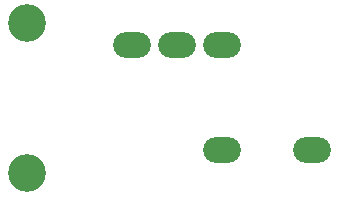
<source format=gbr>
%TF.GenerationSoftware,KiCad,Pcbnew,(5.1.10)-1*%
%TF.CreationDate,2022-01-27T10:19:25-05:00*%
%TF.ProjectId,CommaPowerProtect,436f6d6d-6150-46f7-9765-7250726f7465,rev?*%
%TF.SameCoordinates,Original*%
%TF.FileFunction,Soldermask,Bot*%
%TF.FilePolarity,Negative*%
%FSLAX46Y46*%
G04 Gerber Fmt 4.6, Leading zero omitted, Abs format (unit mm)*
G04 Created by KiCad (PCBNEW (5.1.10)-1) date 2022-01-27 10:19:25*
%MOMM*%
%LPD*%
G01*
G04 APERTURE LIST*
%ADD10O,3.200000X2.200000*%
%ADD11C,3.200400*%
G04 APERTURE END LIST*
D10*
%TO.C,J1*%
X108585000Y-57023000D03*
X100965000Y-57023000D03*
X108585000Y-65913000D03*
X104775000Y-57023000D03*
X116205000Y-65913000D03*
%TD*%
D11*
%TO.C,J2*%
X92113501Y-67919600D03*
X92113501Y-55219600D03*
%TD*%
M02*

</source>
